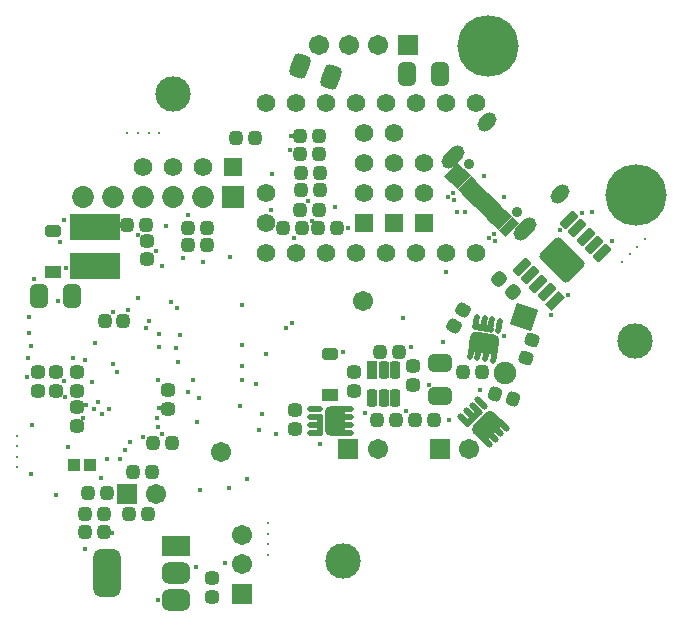
<source format=gbr>
%TF.GenerationSoftware,Altium Limited,Altium Designer,23.11.1 (41)*%
G04 Layer_Color=16711935*
%FSLAX26Y26*%
%MOIN*%
%TF.SameCoordinates,F82F4D49-2E87-4C35-BC9D-0006C00306D8*%
%TF.FilePolarity,Negative*%
%TF.FileFunction,Soldermask,Bot*%
%TF.Part,CustomerPanel*%
G01*
G75*
%TA.AperFunction,SMDPad,CuDef*%
%ADD92R,0.092646X0.070992*%
G04:AMPARAMS|DCode=93|XSize=70.992mil|YSize=92.646mil|CornerRadius=19.748mil|HoleSize=0mil|Usage=FLASHONLY|Rotation=90.000|XOffset=0mil|YOffset=0mil|HoleType=Round|Shape=RoundedRectangle|*
%AMROUNDEDRECTD93*
21,1,0.070992,0.053150,0,0,90.0*
21,1,0.031496,0.092646,0,0,90.0*
1,1,0.039496,0.026575,0.015748*
1,1,0.039496,0.026575,-0.015748*
1,1,0.039496,-0.026575,-0.015748*
1,1,0.039496,-0.026575,0.015748*
%
%ADD93ROUNDEDRECTD93*%
G04:AMPARAMS|DCode=94|XSize=159.575mil|YSize=92.646mil|CornerRadius=25.161mil|HoleSize=0mil|Usage=FLASHONLY|Rotation=90.000|XOffset=0mil|YOffset=0mil|HoleType=Round|Shape=RoundedRectangle|*
%AMROUNDEDRECTD94*
21,1,0.159575,0.042323,0,0,90.0*
21,1,0.109252,0.092646,0,0,90.0*
1,1,0.050323,0.021162,0.054626*
1,1,0.050323,0.021162,-0.054626*
1,1,0.050323,-0.021162,-0.054626*
1,1,0.050323,-0.021162,0.054626*
%
%ADD94ROUNDEDRECTD94*%
G04:AMPARAMS|DCode=95|XSize=19.811mil|YSize=53.276mil|CornerRadius=6.953mil|HoleSize=0mil|Usage=FLASHONLY|Rotation=170.000|XOffset=0mil|YOffset=0mil|HoleType=Round|Shape=RoundedRectangle|*
%AMROUNDEDRECTD95*
21,1,0.019811,0.039370,0,0,170.0*
21,1,0.005905,0.053276,0,0,170.0*
1,1,0.013906,0.000510,0.019899*
1,1,0.013906,0.006326,0.018873*
1,1,0.013906,-0.000510,-0.019899*
1,1,0.013906,-0.006326,-0.018873*
%
%ADD95ROUNDEDRECTD95*%
G04:AMPARAMS|DCode=96|XSize=98.551mil|YSize=67.055mil|CornerRadius=18.764mil|HoleSize=0mil|Usage=FLASHONLY|Rotation=170.000|XOffset=0mil|YOffset=0mil|HoleType=Round|Shape=RoundedRectangle|*
%AMROUNDEDRECTD96*
21,1,0.098551,0.029527,0,0,170.0*
21,1,0.061024,0.067055,0,0,170.0*
1,1,0.037528,-0.027485,0.019838*
1,1,0.037528,0.032612,0.009241*
1,1,0.037528,0.027485,-0.019838*
1,1,0.037528,-0.032612,-0.009241*
%
%ADD96ROUNDEDRECTD96*%
G04:AMPARAMS|DCode=97|XSize=21.779mil|YSize=72.331mil|CornerRadius=7.445mil|HoleSize=0mil|Usage=FLASHONLY|Rotation=80.000|XOffset=0mil|YOffset=0mil|HoleType=Round|Shape=RoundedRectangle|*
%AMROUNDEDRECTD97*
21,1,0.021779,0.057441,0,0,80.0*
21,1,0.006890,0.072331,0,0,80.0*
1,1,0.014890,0.028883,-0.001595*
1,1,0.014890,0.027686,-0.008380*
1,1,0.014890,-0.028883,0.001595*
1,1,0.014890,-0.027686,0.008380*
%
%ADD97ROUNDEDRECTD97*%
G04:AMPARAMS|DCode=98|XSize=55.244mil|YSize=39.496mil|CornerRadius=11.874mil|HoleSize=0mil|Usage=FLASHONLY|Rotation=0.000|XOffset=0mil|YOffset=0mil|HoleType=Round|Shape=RoundedRectangle|*
%AMROUNDEDRECTD98*
21,1,0.055244,0.015748,0,0,0.0*
21,1,0.031496,0.039496,0,0,0.0*
1,1,0.023748,0.015748,-0.007874*
1,1,0.023748,-0.015748,-0.007874*
1,1,0.023748,-0.015748,0.007874*
1,1,0.023748,0.015748,0.007874*
%
%ADD98ROUNDEDRECTD98*%
%ADD99R,0.055244X0.039496*%
%TA.AperFunction,FiducialPad,Global*%
%ADD100C,0.118110*%
%TA.AperFunction,SMDPad,CuDef*%
G04:AMPARAMS|DCode=101|XSize=98.551mil|YSize=133.984mil|CornerRadius=15.319mil|HoleSize=0mil|Usage=FLASHONLY|Rotation=45.000|XOffset=0mil|YOffset=0mil|HoleType=Round|Shape=RoundedRectangle|*
%AMROUNDEDRECTD101*
21,1,0.098551,0.103347,0,0,45.0*
21,1,0.067913,0.133984,0,0,45.0*
1,1,0.030638,0.060550,-0.012527*
1,1,0.030638,0.012527,-0.060550*
1,1,0.030638,-0.060550,0.012527*
1,1,0.030638,-0.012527,0.060550*
%
%ADD101ROUNDEDRECTD101*%
G04:AMPARAMS|DCode=102|XSize=31.622mil|YSize=65.087mil|CornerRadius=9.906mil|HoleSize=0mil|Usage=FLASHONLY|Rotation=315.000|XOffset=0mil|YOffset=0mil|HoleType=Round|Shape=RoundedRectangle|*
%AMROUNDEDRECTD102*
21,1,0.031622,0.045276,0,0,315.0*
21,1,0.011811,0.065087,0,0,315.0*
1,1,0.019811,-0.011832,-0.020183*
1,1,0.019811,-0.020183,-0.011832*
1,1,0.019811,0.011832,0.020183*
1,1,0.019811,0.020183,0.011832*
%
%ADD102ROUNDEDRECTD102*%
G04:AMPARAMS|DCode=103|XSize=31.622mil|YSize=65.087mil|CornerRadius=0mil|HoleSize=0mil|Usage=FLASHONLY|Rotation=315.000|XOffset=0mil|YOffset=0mil|HoleType=Round|Shape=Rectangle|*
%AMROTATEDRECTD103*
4,1,4,-0.034192,-0.011832,0.011832,0.034192,0.034192,0.011832,-0.011832,-0.034192,-0.034192,-0.011832,0.0*
%
%ADD103ROTATEDRECTD103*%

G04:AMPARAMS|DCode=104|XSize=78.866mil|YSize=59.181mil|CornerRadius=16.795mil|HoleSize=0mil|Usage=FLASHONLY|Rotation=90.000|XOffset=0mil|YOffset=0mil|HoleType=Round|Shape=RoundedRectangle|*
%AMROUNDEDRECTD104*
21,1,0.078866,0.025591,0,0,90.0*
21,1,0.045276,0.059181,0,0,90.0*
1,1,0.033590,0.012795,0.022638*
1,1,0.033590,0.012795,-0.022638*
1,1,0.033590,-0.012795,-0.022638*
1,1,0.033590,-0.012795,0.022638*
%
%ADD104ROUNDEDRECTD104*%
G04:AMPARAMS|DCode=105|XSize=47.37mil|YSize=43.433mil|CornerRadius=12.858mil|HoleSize=0mil|Usage=FLASHONLY|Rotation=162.000|XOffset=0mil|YOffset=0mil|HoleType=Round|Shape=RoundedRectangle|*
%AMROUNDEDRECTD105*
21,1,0.047370,0.017717,0,0,162.0*
21,1,0.021654,0.043433,0,0,162.0*
1,1,0.025716,-0.007560,0.011771*
1,1,0.025716,0.013034,0.005079*
1,1,0.025716,0.007560,-0.011771*
1,1,0.025716,-0.013034,-0.005079*
%
%ADD105ROUNDEDRECTD105*%
G04:AMPARAMS|DCode=106|XSize=19.811mil|YSize=65.087mil|CornerRadius=0mil|HoleSize=0mil|Usage=FLASHONLY|Rotation=315.000|XOffset=0mil|YOffset=0mil|HoleType=Round|Shape=Rectangle|*
%AMROTATEDRECTD106*
4,1,4,-0.030016,-0.016007,0.016007,0.030016,0.030016,0.016007,-0.016007,-0.030016,-0.030016,-0.016007,0.0*
%
%ADD106ROTATEDRECTD106*%

%ADD107R,0.165480X0.086740*%
G04:AMPARAMS|DCode=108|XSize=78.866mil|YSize=59.181mil|CornerRadius=16.795mil|HoleSize=0mil|Usage=FLASHONLY|Rotation=70.000|XOffset=0mil|YOffset=0mil|HoleType=Round|Shape=RoundedRectangle|*
%AMROUNDEDRECTD108*
21,1,0.078866,0.025591,0,0,70.0*
21,1,0.045276,0.059181,0,0,70.0*
1,1,0.033590,0.019766,0.016896*
1,1,0.033590,0.004281,-0.025649*
1,1,0.033590,-0.019766,-0.016896*
1,1,0.033590,-0.004281,0.025649*
%
%ADD108ROUNDEDRECTD108*%
G04:AMPARAMS|DCode=109|XSize=47.37mil|YSize=43.433mil|CornerRadius=12.858mil|HoleSize=0mil|Usage=FLASHONLY|Rotation=270.000|XOffset=0mil|YOffset=0mil|HoleType=Round|Shape=RoundedRectangle|*
%AMROUNDEDRECTD109*
21,1,0.047370,0.017717,0,0,270.0*
21,1,0.021654,0.043433,0,0,270.0*
1,1,0.025716,-0.008858,-0.010827*
1,1,0.025716,-0.008858,0.010827*
1,1,0.025716,0.008858,0.010827*
1,1,0.025716,0.008858,-0.010827*
%
%ADD109ROUNDEDRECTD109*%
G04:AMPARAMS|DCode=110|XSize=47.37mil|YSize=43.433mil|CornerRadius=12.858mil|HoleSize=0mil|Usage=FLASHONLY|Rotation=180.000|XOffset=0mil|YOffset=0mil|HoleType=Round|Shape=RoundedRectangle|*
%AMROUNDEDRECTD110*
21,1,0.047370,0.017717,0,0,180.0*
21,1,0.021654,0.043433,0,0,180.0*
1,1,0.025716,-0.010827,0.008858*
1,1,0.025716,0.010827,0.008858*
1,1,0.025716,0.010827,-0.008858*
1,1,0.025716,-0.010827,-0.008858*
%
%ADD110ROUNDEDRECTD110*%
G04:AMPARAMS|DCode=111|XSize=47.37mil|YSize=43.433mil|CornerRadius=12.858mil|HoleSize=0mil|Usage=FLASHONLY|Rotation=225.000|XOffset=0mil|YOffset=0mil|HoleType=Round|Shape=RoundedRectangle|*
%AMROUNDEDRECTD111*
21,1,0.047370,0.017717,0,0,225.0*
21,1,0.021654,0.043433,0,0,225.0*
1,1,0.025716,-0.013920,-0.001392*
1,1,0.025716,0.001392,0.013920*
1,1,0.025716,0.013920,0.001392*
1,1,0.025716,-0.001392,-0.013920*
%
%ADD111ROUNDEDRECTD111*%
G04:AMPARAMS|DCode=112|XSize=78.866mil|YSize=59.181mil|CornerRadius=16.795mil|HoleSize=0mil|Usage=FLASHONLY|Rotation=180.000|XOffset=0mil|YOffset=0mil|HoleType=Round|Shape=RoundedRectangle|*
%AMROUNDEDRECTD112*
21,1,0.078866,0.025591,0,0,180.0*
21,1,0.045276,0.059181,0,0,180.0*
1,1,0.033590,-0.022638,0.012795*
1,1,0.033590,0.022638,0.012795*
1,1,0.033590,0.022638,-0.012795*
1,1,0.033590,-0.022638,-0.012795*
%
%ADD112ROUNDEDRECTD112*%
G04:AMPARAMS|DCode=113|XSize=35.559mil|YSize=59.181mil|CornerRadius=10.89mil|HoleSize=0mil|Usage=FLASHONLY|Rotation=180.000|XOffset=0mil|YOffset=0mil|HoleType=Round|Shape=RoundedRectangle|*
%AMROUNDEDRECTD113*
21,1,0.035559,0.037401,0,0,180.0*
21,1,0.013780,0.059181,0,0,180.0*
1,1,0.021780,-0.006890,0.018701*
1,1,0.021780,0.006890,0.018701*
1,1,0.021780,0.006890,-0.018701*
1,1,0.021780,-0.006890,-0.018701*
%
%ADD113ROUNDEDRECTD113*%
%ADD114R,0.035559X0.059181*%
%ADD115R,0.039496X0.043433*%
G04:AMPARAMS|DCode=116|XSize=19.811mil|YSize=53.276mil|CornerRadius=6.953mil|HoleSize=0mil|Usage=FLASHONLY|Rotation=270.000|XOffset=0mil|YOffset=0mil|HoleType=Round|Shape=RoundedRectangle|*
%AMROUNDEDRECTD116*
21,1,0.019811,0.039370,0,0,270.0*
21,1,0.005905,0.053276,0,0,270.0*
1,1,0.013906,-0.019685,-0.002953*
1,1,0.013906,-0.019685,0.002953*
1,1,0.013906,0.019685,0.002953*
1,1,0.013906,0.019685,-0.002953*
%
%ADD116ROUNDEDRECTD116*%
G04:AMPARAMS|DCode=117|XSize=98.551mil|YSize=67.055mil|CornerRadius=18.764mil|HoleSize=0mil|Usage=FLASHONLY|Rotation=270.000|XOffset=0mil|YOffset=0mil|HoleType=Round|Shape=RoundedRectangle|*
%AMROUNDEDRECTD117*
21,1,0.098551,0.029527,0,0,270.0*
21,1,0.061024,0.067055,0,0,270.0*
1,1,0.037528,-0.014764,-0.030512*
1,1,0.037528,-0.014764,0.030512*
1,1,0.037528,0.014764,0.030512*
1,1,0.037528,0.014764,-0.030512*
%
%ADD117ROUNDEDRECTD117*%
G04:AMPARAMS|DCode=118|XSize=21.779mil|YSize=72.331mil|CornerRadius=7.445mil|HoleSize=0mil|Usage=FLASHONLY|Rotation=180.000|XOffset=0mil|YOffset=0mil|HoleType=Round|Shape=RoundedRectangle|*
%AMROUNDEDRECTD118*
21,1,0.021779,0.057441,0,0,180.0*
21,1,0.006890,0.072331,0,0,180.0*
1,1,0.014890,-0.003445,0.028721*
1,1,0.014890,0.003445,0.028721*
1,1,0.014890,0.003445,-0.028721*
1,1,0.014890,-0.003445,-0.028721*
%
%ADD118ROUNDEDRECTD118*%
G04:AMPARAMS|DCode=119|XSize=19.811mil|YSize=53.276mil|CornerRadius=6.953mil|HoleSize=0mil|Usage=FLASHONLY|Rotation=225.000|XOffset=0mil|YOffset=0mil|HoleType=Round|Shape=RoundedRectangle|*
%AMROUNDEDRECTD119*
21,1,0.019811,0.039370,0,0,225.0*
21,1,0.005905,0.053276,0,0,225.0*
1,1,0.013906,-0.016007,0.011832*
1,1,0.013906,-0.011832,0.016007*
1,1,0.013906,0.016007,-0.011832*
1,1,0.013906,0.011832,-0.016007*
%
%ADD119ROUNDEDRECTD119*%
G04:AMPARAMS|DCode=120|XSize=98.551mil|YSize=67.055mil|CornerRadius=18.764mil|HoleSize=0mil|Usage=FLASHONLY|Rotation=225.000|XOffset=0mil|YOffset=0mil|HoleType=Round|Shape=RoundedRectangle|*
%AMROUNDEDRECTD120*
21,1,0.098551,0.029527,0,0,225.0*
21,1,0.061024,0.067055,0,0,225.0*
1,1,0.037528,-0.032015,-0.011136*
1,1,0.037528,0.011136,0.032015*
1,1,0.037528,0.032015,0.011136*
1,1,0.037528,-0.011136,-0.032015*
%
%ADD120ROUNDEDRECTD120*%
G04:AMPARAMS|DCode=121|XSize=21.779mil|YSize=72.331mil|CornerRadius=7.445mil|HoleSize=0mil|Usage=FLASHONLY|Rotation=135.000|XOffset=0mil|YOffset=0mil|HoleType=Round|Shape=RoundedRectangle|*
%AMROUNDEDRECTD121*
21,1,0.021779,0.057441,0,0,135.0*
21,1,0.006890,0.072331,0,0,135.0*
1,1,0.014890,0.017872,0.022744*
1,1,0.014890,0.022744,0.017872*
1,1,0.014890,-0.017872,-0.022744*
1,1,0.014890,-0.022744,-0.017872*
%
%ADD121ROUNDEDRECTD121*%
G04:AMPARAMS|DCode=122|XSize=47.37mil|YSize=43.433mil|CornerRadius=12.858mil|HoleSize=0mil|Usage=FLASHONLY|Rotation=150.000|XOffset=0mil|YOffset=0mil|HoleType=Round|Shape=RoundedRectangle|*
%AMROUNDEDRECTD122*
21,1,0.047370,0.017717,0,0,150.0*
21,1,0.021654,0.043433,0,0,150.0*
1,1,0.025716,-0.004947,0.013085*
1,1,0.025716,0.013806,0.002258*
1,1,0.025716,0.004947,-0.013085*
1,1,0.025716,-0.013806,-0.002258*
%
%ADD122ROUNDEDRECTD122*%
G04:AMPARAMS|DCode=123|XSize=47.37mil|YSize=43.433mil|CornerRadius=12.858mil|HoleSize=0mil|Usage=FLASHONLY|Rotation=252.000|XOffset=0mil|YOffset=0mil|HoleType=Round|Shape=RoundedRectangle|*
%AMROUNDEDRECTD123*
21,1,0.047370,0.017717,0,0,252.0*
21,1,0.021654,0.043433,0,0,252.0*
1,1,0.025716,-0.011771,-0.007560*
1,1,0.025716,-0.005079,0.013034*
1,1,0.025716,0.011771,0.007560*
1,1,0.025716,0.005079,-0.013034*
%
%ADD123ROUNDEDRECTD123*%
%TA.AperFunction,WasherPad*%
%ADD124C,0.008000*%
%TA.AperFunction,ComponentPad*%
%ADD125C,0.062000*%
%ADD126P,0.105966X4X296.0*%
%ADD127C,0.074929*%
%ADD128C,0.072866*%
%ADD129R,0.072866X0.072866*%
%ADD130R,0.061000X0.061000*%
%ADD131R,0.067370X0.067370*%
%ADD132C,0.067370*%
%ADD133R,0.067370X0.067370*%
G04:AMPARAMS|DCode=134|XSize=47.37mil|YSize=70.992mil|CornerRadius=0mil|HoleSize=0mil|Usage=FLASHONLY|Rotation=315.000|XOffset=0mil|YOffset=0mil|HoleType=Round|Shape=Round|*
%AMOVALD134*
21,1,0.023622,0.047370,0.000000,0.000000,45.0*
1,1,0.047370,-0.008352,-0.008352*
1,1,0.047370,0.008352,0.008352*
%
%ADD134OVALD134*%

%ADD135C,0.034575*%
G04:AMPARAMS|DCode=136|XSize=47.37mil|YSize=90.677mil|CornerRadius=0mil|HoleSize=0mil|Usage=FLASHONLY|Rotation=315.000|XOffset=0mil|YOffset=0mil|HoleType=Round|Shape=Round|*
%AMOVALD136*
21,1,0.043307,0.047370,0.000000,0.000000,45.0*
1,1,0.047370,-0.015311,-0.015311*
1,1,0.047370,0.015311,0.015311*
%
%ADD136OVALD136*%

%ADD137R,0.061000X0.061000*%
%TA.AperFunction,ViaPad*%
%ADD138C,0.204850*%
%ADD139C,0.067055*%
%ADD140C,0.015748*%
D92*
X906496Y277559D02*
D03*
D93*
X906496Y187008D02*
D03*
X906496Y96457D02*
D03*
D94*
X676181Y187008D02*
D03*
D95*
X1906261Y1025106D02*
D03*
X1932083Y1020553D02*
D03*
X1957906Y1016000D02*
D03*
X1983727Y1011447D02*
D03*
X1888691Y925462D02*
D03*
X1914513Y920909D02*
D03*
X1940335Y916356D02*
D03*
X1966158Y911803D02*
D03*
D96*
X1933431Y952698D02*
D03*
D97*
X1929349Y1005044D02*
D03*
D98*
X497693Y1328740D02*
D03*
X1421260Y917512D02*
D03*
D99*
X497693Y1190945D02*
D03*
X1421260Y779717D02*
D03*
D100*
X2437152Y960332D02*
D03*
X1461932Y227159D02*
D03*
X896349Y1785442D02*
D03*
D101*
X2192905Y1230000D02*
D03*
D102*
X2215872Y1364322D02*
D03*
X2243711Y1336484D02*
D03*
X2271550Y1308645D02*
D03*
X2299389Y1280806D02*
D03*
X2327228Y1252967D02*
D03*
X2058583Y1207033D02*
D03*
X2086422Y1179194D02*
D03*
X2114261Y1151355D02*
D03*
X2142100Y1123516D02*
D03*
D103*
X2169939Y1095678D02*
D03*
X1834010Y1521453D02*
D03*
X2014963Y1340500D02*
D03*
X1992692Y1362772D02*
D03*
X1856282Y1499182D02*
D03*
D104*
X1788024Y1851000D02*
D03*
X1677787D02*
D03*
X450787Y1112205D02*
D03*
X561024D02*
D03*
D105*
X2073173Y905045D02*
D03*
X2092638Y964955D02*
D03*
D106*
X1973205Y1382259D02*
D03*
X1959285Y1396178D02*
D03*
X1875769Y1479695D02*
D03*
X1889688Y1465775D02*
D03*
X1917527Y1437936D02*
D03*
X1945366Y1410098D02*
D03*
X1903608Y1451856D02*
D03*
X1931446Y1424017D02*
D03*
D107*
X635905Y1210000D02*
D03*
Y1340000D02*
D03*
D108*
X1318111Y1877851D02*
D03*
X1421700Y1840149D02*
D03*
D109*
X1323302Y1522214D02*
D03*
X1386294D02*
D03*
X1386294Y1463159D02*
D03*
X1323302D02*
D03*
X1442913Y1338583D02*
D03*
X1379921D02*
D03*
X668409Y1027000D02*
D03*
X731402Y1027000D02*
D03*
X665354Y383858D02*
D03*
X602362D02*
D03*
X665354Y324803D02*
D03*
X602362D02*
D03*
X812992Y383858D02*
D03*
X750000D02*
D03*
X824931Y525396D02*
D03*
X761939D02*
D03*
X1704725Y698819D02*
D03*
X1767717D02*
D03*
X1324803Y1338583D02*
D03*
X1261811D02*
D03*
X1106409Y1636000D02*
D03*
X1169401D02*
D03*
X891732Y620079D02*
D03*
X828740D02*
D03*
X1576772Y698819D02*
D03*
X1639764D02*
D03*
X1649606Y925197D02*
D03*
X1586614D02*
D03*
X1383858Y1397638D02*
D03*
X1320866D02*
D03*
X807402Y1347000D02*
D03*
X744409Y1347000D02*
D03*
X946850Y1279528D02*
D03*
X1009842D02*
D03*
X946850Y1338583D02*
D03*
X1009842D02*
D03*
X675197Y452756D02*
D03*
X612205D02*
D03*
X1862205Y856299D02*
D03*
X1925197D02*
D03*
X1383858Y1584646D02*
D03*
X1320866D02*
D03*
X1383858Y1643701D02*
D03*
X1320866D02*
D03*
D110*
X505906Y858268D02*
D03*
Y795276D02*
D03*
X574803Y677165D02*
D03*
X574803Y740157D02*
D03*
X879921Y734378D02*
D03*
X879921Y797370D02*
D03*
X1696850Y812992D02*
D03*
Y875984D02*
D03*
X1500000Y858268D02*
D03*
Y795276D02*
D03*
X446850D02*
D03*
Y858268D02*
D03*
X574803Y858268D02*
D03*
Y795276D02*
D03*
X1027559Y169291D02*
D03*
Y106299D02*
D03*
X809905Y1232504D02*
D03*
Y1295496D02*
D03*
X1303150Y667323D02*
D03*
Y730315D02*
D03*
D111*
X2028177Y1123398D02*
D03*
X1983634Y1167940D02*
D03*
D112*
X1785433Y887795D02*
D03*
Y777559D02*
D03*
D113*
X1561024Y769685D02*
D03*
X1598425D02*
D03*
X1635827D02*
D03*
Y864173D02*
D03*
X1598425D02*
D03*
D114*
X1561024D02*
D03*
D115*
X565346Y547000D02*
D03*
X620465D02*
D03*
D116*
X1370315Y655669D02*
D03*
Y681890D02*
D03*
Y708110D02*
D03*
Y734331D02*
D03*
X1471496Y655669D02*
D03*
Y681890D02*
D03*
Y708110D02*
D03*
Y734331D02*
D03*
D117*
X1436906Y695000D02*
D03*
D118*
X1386063Y681890D02*
D03*
D119*
X1868008Y698276D02*
D03*
X1886549Y716816D02*
D03*
X1905089Y735357D02*
D03*
X1923630Y753898D02*
D03*
X1939554Y626730D02*
D03*
X1958094Y645270D02*
D03*
X1976635Y663811D02*
D03*
X1995176Y682352D02*
D03*
D120*
X1942906Y679000D02*
D03*
D121*
X1897684Y705681D02*
D03*
D122*
X1832158Y1009724D02*
D03*
X1863654Y1064276D02*
D03*
D123*
X2028860Y766267D02*
D03*
X1968951Y785733D02*
D03*
D124*
X1212598Y354331D02*
D03*
Y318898D02*
D03*
Y283465D02*
D03*
Y248031D02*
D03*
X2393701Y1224409D02*
D03*
X2418756Y1249464D02*
D03*
X2443811Y1274519D02*
D03*
X2468866Y1299574D02*
D03*
X377953Y539370D02*
D03*
Y574803D02*
D03*
Y610236D02*
D03*
Y645669D02*
D03*
X850394Y1653543D02*
D03*
X814961D02*
D03*
X779528D02*
D03*
X744095D02*
D03*
D125*
X1205097Y1354458D02*
D03*
X1205097Y1254458D02*
D03*
Y1454458D02*
D03*
X1605097Y1754458D02*
D03*
X1705097Y1754458D02*
D03*
X1505097Y1754458D02*
D03*
X1405097D02*
D03*
X1905097Y1254458D02*
D03*
Y1754458D02*
D03*
X1305097Y1754458D02*
D03*
X1305097Y1254458D02*
D03*
X1405097Y1254458D02*
D03*
X1505097Y1254458D02*
D03*
X1605097D02*
D03*
X1705097Y1254458D02*
D03*
X1805097Y1254458D02*
D03*
Y1754458D02*
D03*
X1205097Y1754458D02*
D03*
X1634625Y1454458D02*
D03*
Y1554458D02*
D03*
Y1654458D02*
D03*
X1734625Y1554458D02*
D03*
Y1454458D02*
D03*
X994882Y1541732D02*
D03*
X894882Y1541732D02*
D03*
X794882Y1541732D02*
D03*
X1534625Y1454458D02*
D03*
Y1554458D02*
D03*
X1534625Y1654458D02*
D03*
D126*
X2067082Y1042450D02*
D03*
D127*
X2001968Y853346D02*
D03*
D128*
X594882Y1441732D02*
D03*
X694882Y1441732D02*
D03*
X794882Y1441732D02*
D03*
X894882D02*
D03*
X994882D02*
D03*
D129*
X1094882D02*
D03*
D130*
X1634625Y1354458D02*
D03*
X1734625D02*
D03*
X1534625Y1354458D02*
D03*
D131*
X1678735Y1949127D02*
D03*
X742126Y451772D02*
D03*
X1480315Y599409D02*
D03*
X1785433D02*
D03*
D132*
X1580310Y1949127D02*
D03*
X1481884D02*
D03*
X1383459D02*
D03*
X1126968Y216535D02*
D03*
Y314961D02*
D03*
X840551Y451772D02*
D03*
X1578740Y599409D02*
D03*
X1883858D02*
D03*
D133*
X1126968Y118110D02*
D03*
D134*
X1944668Y1691690D02*
D03*
X2185195Y1451162D02*
D03*
D135*
X1882868Y1550266D02*
D03*
X2043772Y1389363D02*
D03*
D136*
X1828301Y1575323D02*
D03*
X2068829Y1334796D02*
D03*
D137*
X1094882Y1541732D02*
D03*
D138*
X2438948Y1449009D02*
D03*
X1946822Y1945442D02*
D03*
D139*
X1057717Y592395D02*
D03*
X1529527Y1095204D02*
D03*
D140*
X2177594Y1275934D02*
D03*
X2146971Y1245311D02*
D03*
X2208217D02*
D03*
X2177594Y1214689D02*
D03*
X2238840D02*
D03*
X2208217Y1184066D02*
D03*
X1143707Y501199D02*
D03*
X807622Y1003837D02*
D03*
X816726Y1028955D02*
D03*
X637019Y953010D02*
D03*
X708482Y857921D02*
D03*
X747909Y1065577D02*
D03*
X780905Y1103431D02*
D03*
X696047Y1059000D02*
D03*
X697735Y883067D02*
D03*
X601905Y267000D02*
D03*
X691929Y322000D02*
D03*
X844905Y831858D02*
D03*
X919668Y981717D02*
D03*
X683775Y735045D02*
D03*
X596124Y705300D02*
D03*
X676764Y569000D02*
D03*
X656905Y504000D02*
D03*
X718905Y568000D02*
D03*
X534130Y827225D02*
D03*
X412664Y904067D02*
D03*
X410433Y841736D02*
D03*
X752073Y623311D02*
D03*
X843442Y703529D02*
D03*
X795422Y641652D02*
D03*
X848905Y736340D02*
D03*
X625405Y825358D02*
D03*
X606905Y747642D02*
D03*
X536345Y773843D02*
D03*
X561905Y904000D02*
D03*
X996905Y1224000D02*
D03*
X977905Y691000D02*
D03*
X947905Y792000D02*
D03*
X961905Y830000D02*
D03*
X645905Y759000D02*
D03*
X633905Y735000D02*
D03*
X414906Y1042000D02*
D03*
X946850Y1381591D02*
D03*
X417906Y987000D02*
D03*
X849905Y984760D02*
D03*
X907905Y938000D02*
D03*
X909051Y1071482D02*
D03*
X889014Y1089891D02*
D03*
X929905Y1238000D02*
D03*
X844905Y96000D02*
D03*
X780905Y1314000D02*
D03*
X838905Y1261000D02*
D03*
X858974Y1211244D02*
D03*
X518620Y1290567D02*
D03*
X539905Y1205000D02*
D03*
X532905Y1363000D02*
D03*
X505906Y448000D02*
D03*
X422906Y519000D02*
D03*
X848862Y941044D02*
D03*
X871905Y1343000D02*
D03*
X987905Y463000D02*
D03*
X861378Y650000D02*
D03*
X1081776Y470591D02*
D03*
X1207059Y918552D02*
D03*
X1172171Y819000D02*
D03*
X1126455Y830000D02*
D03*
X1127748Y946709D02*
D03*
X1184308Y664000D02*
D03*
X658905Y716000D02*
D03*
X603994Y895912D02*
D03*
X912278Y891770D02*
D03*
X982905Y771000D02*
D03*
X1071338Y220000D02*
D03*
X422906Y943000D02*
D03*
X972905Y207000D02*
D03*
X427906Y681000D02*
D03*
X547905Y609000D02*
D03*
X513905Y1093000D02*
D03*
X1805906Y1192000D02*
D03*
X1124890Y875984D02*
D03*
X1191441Y716535D02*
D03*
X1119906Y743000D02*
D03*
X1124906Y1082000D02*
D03*
X1796906Y957142D02*
D03*
X2214553Y1115279D02*
D03*
X1086906Y1241000D02*
D03*
X737905Y599000D02*
D03*
X844905Y675000D02*
D03*
X1223047Y1398000D02*
D03*
X1238906Y650000D02*
D03*
X1284906Y1597000D02*
D03*
X1300906Y1305000D02*
D03*
X1358541Y1361942D02*
D03*
X1435152Y1409000D02*
D03*
X1346864Y1428959D02*
D03*
X1227906Y1516000D02*
D03*
X1288205Y1643701D02*
D03*
X434126Y1167791D02*
D03*
X1662906Y1037000D02*
D03*
X1673906Y729000D02*
D03*
X1950787Y1303150D02*
D03*
X1970535Y1295276D02*
D03*
X1871299Y1390606D02*
D03*
X1272927Y1002540D02*
D03*
X1291819Y1021432D02*
D03*
X1844583Y1390606D02*
D03*
X2185905Y1330000D02*
D03*
X2259905Y1386000D02*
D03*
X1933906Y1511000D02*
D03*
X2000906Y1440000D02*
D03*
X1834125Y1431686D02*
D03*
X1478417Y1337583D02*
D03*
X1919906Y796000D02*
D03*
X1384906Y619000D02*
D03*
X1815906Y698819D02*
D03*
X1748284Y812992D02*
D03*
X1536906Y722000D02*
D03*
X1689906Y940000D02*
D03*
X1461906Y925197D02*
D03*
X1998906Y979000D02*
D03*
X1830125Y1455308D02*
D03*
X1814377Y1439560D02*
D03*
X1966535Y1318898D02*
D03*
X2157905Y1048000D02*
D03*
X2359905Y1293000D02*
D03*
X2292905Y1390000D02*
D03*
%TF.MD5,22fb4e67e72aceb3399170ce1661a75d*%
M02*

</source>
